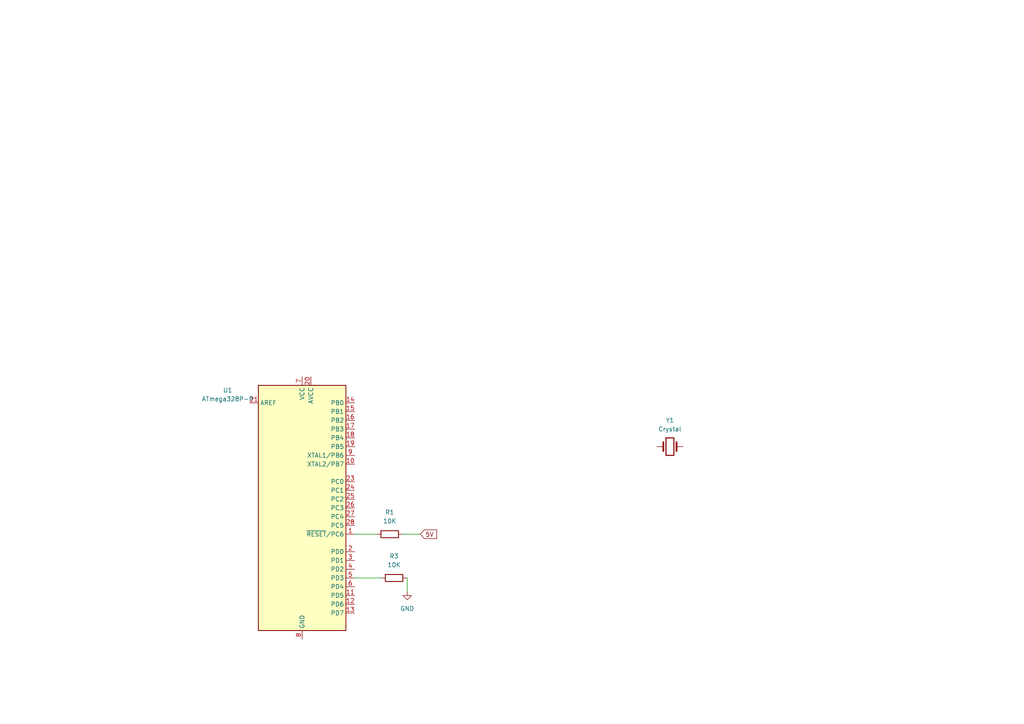
<source format=kicad_sch>
(kicad_sch (version 20230121) (generator eeschema)
  (paper "A4")
  (lib_symbols
    (symbol "Device:Crystal" (pin_numbers hide) (pin_names (offset 1.016) hide)
      (property "Reference" "Y" (at 0 3.81 0))
      (property "Value" "Crystal" (at 0 -3.81 0))
      (symbol "Crystal_0_1"
        (rectangle (start -1.143 2.54) (end 1.143 -2.54) (stroke (width 0.3048)))
        (polyline (pts (xy -2.54 0) (xy -1.905 0)))
        (polyline (pts (xy -1.905 -1.27) (xy -1.905 1.27)) (stroke (width 0.508)))
        (polyline (pts (xy 1.905 -1.27) (xy 1.905 1.27)) (stroke (width 0.508)))
        (polyline (pts (xy 2.54 0) (xy 1.905 0)))
      )
      (symbol "Crystal_1_1"
        (pin passive line (at -3.81 0 0) (length 1.27) (name "1") (number "1"))
        (pin passive line (at 3.81 0 180) (length 1.27) (name "2") (number "2"))
      )
    )
    (symbol "Device:R" (pin_numbers hide) (pin_names (offset 0))
      (property "Reference" "R" (at 2.032 0 90))
      (property "Value" "R" (at 0 0 90))
      (symbol "R_0_1"
        (rectangle (start -1.016 -2.54) (end 1.016 2.54) (stroke (width 0.254)))
      )
      (symbol "R_1_1"
        (pin passive line (at 0 3.81 270) (length 1.27) (name "~") (number "1"))
        (pin passive line (at 0 -3.81 90) (length 1.27) (name "~") (number "2"))
      )
    )
    (symbol "MCU_Microchip_ATmega:ATmega328P-P"
      (property "Reference" "U" (at -12.7 36.83 0))
      (property "Value" "ATmega328P-P" (at 2.54 -36.83 0))
      (symbol "ATmega328P-P_0_1"
        (rectangle (start -12.7 -35.56) (end 12.7 35.56) (stroke (width 0.254)) (fill (type background)))
      )
      (symbol "ATmega328P-P_1_1"
        (pin bidirectional line (at 15.24 -7.62 180) (length 2.54) (name "~{RESET}/PC6") (number "1"))
        (pin bidirectional line (at 15.24 12.7 180) (length 2.54) (name "XTAL2/PB7") (number "10"))
        (pin bidirectional line (at 15.24 -25.4 180) (length 2.54) (name "PD5") (number "11"))
        (pin bidirectional line (at 15.24 -27.94 180) (length 2.54) (name "PD6") (number "12"))
        (pin bidirectional line (at 15.24 -30.48 180) (length 2.54) (name "PD7") (number "13"))
        (pin bidirectional line (at 15.24 30.48 180) (length 2.54) (name "PB0") (number "14"))
        (pin bidirectional line (at 15.24 27.94 180) (length 2.54) (name "PB1") (number "15"))
        (pin bidirectional line (at 15.24 25.4 180) (length 2.54) (name "PB2") (number "16"))
        (pin bidirectional line (at 15.24 22.86 180) (length 2.54) (name "PB3") (number "17"))
        (pin bidirectional line (at 15.24 20.32 180) (length 2.54) (name "PB4") (number "18"))
        (pin bidirectional line (at 15.24 17.78 180) (length 2.54) (name "PB5") (number "19"))
        (pin bidirectional line (at 15.24 -12.7 180) (length 2.54) (name "PD0") (number "2"))
        (pin power_in line (at 2.54 38.1 270) (length 2.54) (name "AVCC") (number "20"))
        (pin passive line (at -15.24 30.48 0) (length 2.54) (name "AREF") (number "21"))
        (pin passive line (at 0 -38.1 90) (length 2.54) hide (name "GND") (number "22"))
        (pin bidirectional line (at 15.24 7.62 180) (length 2.54) (name "PC0") (number "23"))
        (pin bidirectional line (at 15.24 5.08 180) (length 2.54) (name "PC1") (number "24"))
        (pin bidirectional line (at 15.24 2.54 180) (length 2.54) (name "PC2") (number "25"))
        (pin bidirectional line (at 15.24 0 180) (length 2.54) (name "PC3") (number "26"))
        (pin bidirectional line (at 15.24 -2.54 180) (length 2.54) (name "PC4") (number "27"))
        (pin bidirectional line (at 15.24 -5.08 180) (length 2.54) (name "PC5") (number "28"))
        (pin bidirectional line (at 15.24 -15.24 180) (length 2.54) (name "PD1") (number "3"))
        (pin bidirectional line (at 15.24 -17.78 180) (length 2.54) (name "PD2") (number "4"))
        (pin bidirectional line (at 15.24 -20.32 180) (length 2.54) (name "PD3") (number "5"))
        (pin bidirectional line (at 15.24 -22.86 180) (length 2.54) (name "PD4") (number "6"))
        (pin power_in line (at 0 38.1 270) (length 2.54) (name "VCC") (number "7"))
        (pin power_in line (at 0 -38.1 90) (length 2.54) (name "GND") (number "8"))
        (pin bidirectional line (at 15.24 15.24 180) (length 2.54) (name "XTAL1/PB6") (number "9"))
      )
    )
    (symbol "power:GND" (power) (pin_names (offset 0))
      (property "Value" "GND" (at 0 -3.81 0))
      (symbol "GND_0_1"
        (polyline (pts (xy 0 0) (xy 0 -1.27) (xy 1.27 -1.27) (xy 0 -2.54) (xy -1.27 -1.27) (xy 0 -1.27)))
      )
      (symbol "GND_1_1"
        (pin power_in line (at 0 0 270) (length 0) hide (name "GND") (number "1"))
      )
    )
  )
  (wire (pts (xy 102.87 167.64) (xy 110.49 167.64)))
  (wire (pts (xy 116.84 154.94) (xy 121.92 154.94)))
  (wire (pts (xy 118.11 167.64) (xy 118.11 171.45)))
  (wire (pts (xy 102.87 154.94) (xy 109.22 154.94)))
  (global_label "5V" (shape input) (at 121.92 154.94 0) (property "Intersheetrefs" "${INTERSHEET_REFS}" (effects hide)))
  (symbol (lib_id "MCU_Microchip_ATmega:ATmega328P-P") (at 87.63 147.32 0) (unit 1)
    (property "Reference" "U1" (at 66.04 113.1921 0))
    (property "Value" "ATmega328P-P" (at 66.04 115.7321 0))
    (property "Footprint" "Package_DIP:DIP-28_W7.62mm" (effects hide))
    (property "Datasheet" "http://ww1.microchip.com/downloads/en/DeviceDoc/ATmega328_P%20AVR%20MCU%20with%20picoPower%20Technology%20Data%20Sheet%2040001984A.pdf" (effects hide))
  )
  (symbol (lib_id "power:GND") (at 118.11 171.45 0) (unit 1)
    (property "Reference" "#PWR01" (effects hide))
    (property "Value" "GND" (at 118.11 176.53 0))
  )
  (symbol (lib_id "Device:Crystal") (at 194.31 129.54 0) (unit 1)
    (property "Reference" "Y1" (at 194.31 121.92 0))
    (property "Value" "Crystal" (at 194.31 124.46 0))
  )
  (symbol (lib_id "Device:R") (at 113.03 154.94 90) (unit 1)
    (property "Reference" "R1" (at 113.03 148.59 90))
    (property "Value" "10K" (at 113.03 151.13 90))
  )
  (symbol (lib_id "Device:R") (at 114.3 167.64 90) (unit 1)
    (property "Reference" "R3" (at 114.3 161.29 90))
    (property "Value" "10K" (at 114.3 163.83 90))
  )
)
</source>
